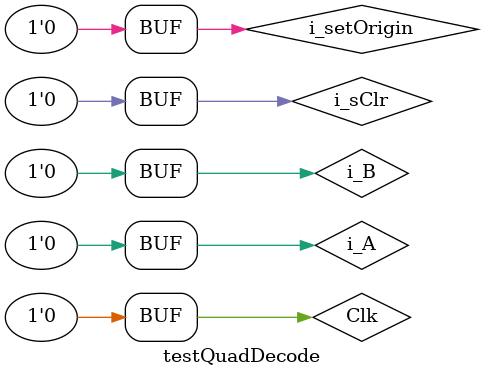
<source format=v>
`timescale 1ns / 1ps


module testQuadDecode;

	// Inputs
	reg i_A;
	reg i_B;
	reg Clk;
	reg i_sClr;
	reg i_setOrigin;

	// Outputs
	wire o_Direction;
	wire [0:15] o_Position;

	// Instantiate the Unit Under Test (UUT)
	quadDecode uut (
		.i_A(i_A), 
		.i_B(i_B), 
		.Clk(Clk), 
		.i_sClr(i_sClr), 
		.i_setOrigin(i_setOrigin), 
		.o_Direction(o_Direction), 
		.o_Position(o_Position)
	);

	initial begin
		// Initialize Inputs
		i_A = 0;
		i_B = 0;
		Clk = 0;
		i_sClr = 0;
		i_setOrigin = 0;

		// Wait 100 ns for global reset to finish
		#100;
        
		// Add stimulus here

	end
      
endmodule


</source>
